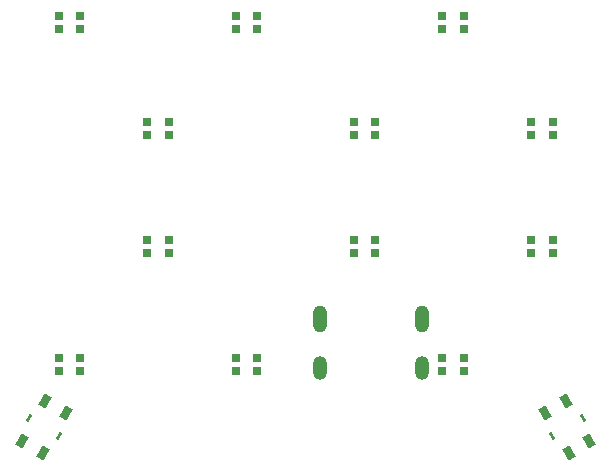
<source format=gts>
%TF.GenerationSoftware,KiCad,Pcbnew,8.0.6*%
%TF.CreationDate,2024-12-09T18:11:45+01:00*%
%TF.ProjectId,Xmas,586d6173-2e6b-4696-9361-645f70636258,rev?*%
%TF.SameCoordinates,Original*%
%TF.FileFunction,Soldermask,Top*%
%TF.FilePolarity,Negative*%
%FSLAX46Y46*%
G04 Gerber Fmt 4.6, Leading zero omitted, Abs format (unit mm)*
G04 Created by KiCad (PCBNEW 8.0.6) date 2024-12-09 18:11:45*
%MOMM*%
%LPD*%
G01*
G04 APERTURE LIST*
G04 Aperture macros list*
%AMRotRect*
0 Rectangle, with rotation*
0 The origin of the aperture is its center*
0 $1 length*
0 $2 width*
0 $3 Rotation angle, in degrees counterclockwise*
0 Add horizontal line*
21,1,$1,$2,0,0,$3*%
G04 Aperture macros list end*
%ADD10RotRect,1.100000X0.700000X300.000000*%
%ADD11RotRect,0.700000X0.250000X300.000000*%
%ADD12R,0.700000X0.700000*%
%ADD13RotRect,1.100000X0.700000X60.000000*%
%ADD14RotRect,0.700000X0.250000X60.000000*%
%ADD15C,0.100000*%
%ADD16O,1.200000X2.000000*%
%ADD17O,1.200000X2.300000*%
G04 APERTURE END LIST*
D10*
%TO.C,SW1*%
X147041025Y-113111250D03*
X148991025Y-116488750D03*
X145308975Y-114111250D03*
X147258975Y-117488750D03*
D11*
X148449038Y-114550000D03*
X145850962Y-116050000D03*
%TD*%
D12*
%TO.C,LED6*%
X144085000Y-89450000D03*
X144085000Y-90550000D03*
X145915000Y-90550000D03*
X145915000Y-89450000D03*
%TD*%
%TO.C,LED5*%
X129085000Y-89450000D03*
X129085000Y-90550000D03*
X130915000Y-90550000D03*
X130915000Y-89450000D03*
%TD*%
%TO.C,LED8*%
X104085000Y-109450000D03*
X104085000Y-110550000D03*
X105915000Y-110550000D03*
X105915000Y-109450000D03*
%TD*%
%TO.C,LED11*%
X144085000Y-99450000D03*
X144085000Y-100550000D03*
X145915000Y-100550000D03*
X145915000Y-99450000D03*
%TD*%
%TO.C,LED12*%
X136585000Y-109450000D03*
X136585000Y-110550000D03*
X138415000Y-110550000D03*
X138415000Y-109450000D03*
%TD*%
%TO.C,LED2*%
X119085000Y-80450000D03*
X119085000Y-81550000D03*
X120915000Y-81550000D03*
X120915000Y-80450000D03*
%TD*%
%TO.C,LED9*%
X119085000Y-109450000D03*
X119085000Y-110550000D03*
X120915000Y-110550000D03*
X120915000Y-109450000D03*
%TD*%
%TO.C,LED7*%
X111585000Y-99450000D03*
X111585000Y-100550000D03*
X113415000Y-100550000D03*
X113415000Y-99450000D03*
%TD*%
%TO.C,LED1*%
X104085000Y-80450000D03*
X104085000Y-81550000D03*
X105915000Y-81550000D03*
X105915000Y-80450000D03*
%TD*%
D13*
%TO.C,SW2*%
X101008975Y-116488750D03*
X102958975Y-113111250D03*
X102741025Y-117488750D03*
X104691025Y-114111250D03*
D14*
X101550962Y-114550000D03*
X104149038Y-116050000D03*
%TD*%
D12*
%TO.C,LED10*%
X129085000Y-99450000D03*
X129085000Y-100550000D03*
X130915000Y-100550000D03*
X130915000Y-99450000D03*
%TD*%
%TO.C,LED3*%
X111585000Y-89450000D03*
X111585000Y-90550000D03*
X113415000Y-90550000D03*
X113415000Y-89450000D03*
%TD*%
%TO.C,LED4*%
X136585000Y-80450000D03*
X136585000Y-81550000D03*
X138415000Y-81550000D03*
X138415000Y-80450000D03*
%TD*%
D15*
%TO.C,CONN2*%
X133400000Y-106600000D03*
X127620000Y-106600000D03*
D16*
X134835000Y-110300000D03*
D17*
X134835000Y-106120000D03*
D16*
X126185000Y-110300000D03*
D17*
X126185000Y-106120000D03*
%TD*%
M02*

</source>
